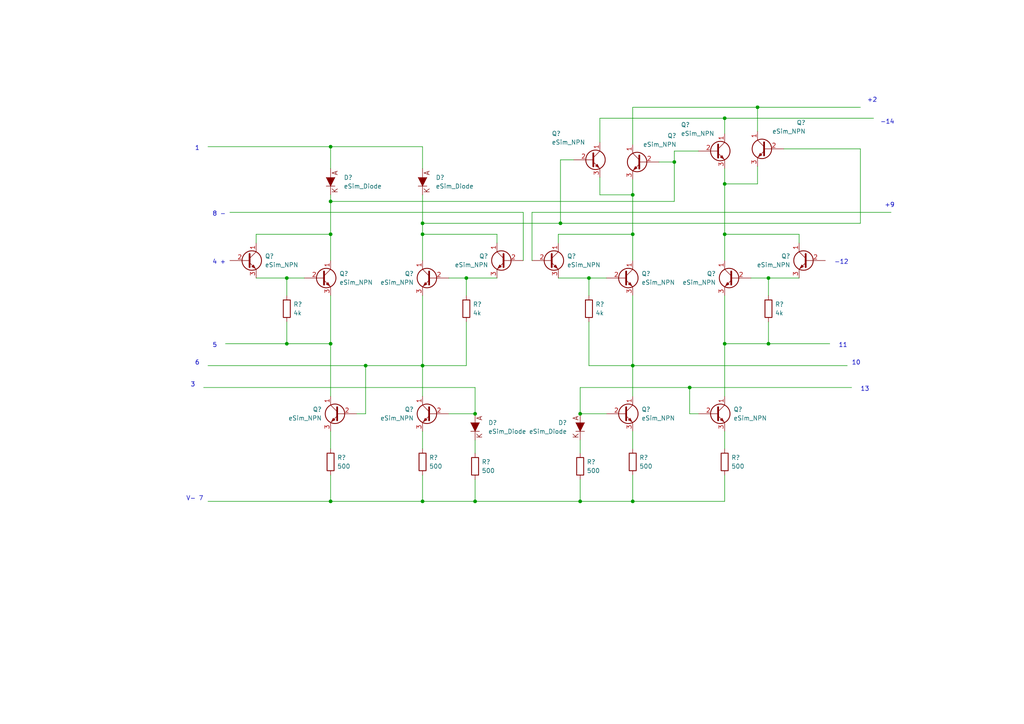
<source format=kicad_sch>
(kicad_sch (version 20211123) (generator eeschema)
  (paper "A4")
  (lib_symbols
    (symbol "eSim_Devices:eSim_Diode" (pin_numbers hide) (pin_names (offset 1.016) hide)
      (property "Reference" "D" (at 0 2.54 0))
      (property "Value" "eSim_Diode" (at 0 -2.54 0))
      (symbol "eSim_Diode_0_0"
        (text "A" (at -2.54 1.27 0) (effects (font (size 1.524 1.524))))
        (text "K" (at 2.54 1.27 0) (effects (font (size 1.524 1.524))))
      )
      (symbol "eSim_Diode_0_1"
        (polyline (pts (xy 1.27 1.27) (xy 1.27 -1.27)) (stroke (width 0.1524)))
        (polyline (pts (xy -1.27 1.27) (xy 1.27 0) (xy -1.27 -1.27)) (fill (type outline)))
      )
      (symbol "eSim_Diode_1_1"
        (pin passive line (at -3.81 0 0) (length 2.54) (name "A") (number "1"))
        (pin passive line (at 3.81 0 180) (length 2.54) (name "K") (number "2"))
      )
    )
    (symbol "eSim_Devices:eSim_NPN" (pin_names (offset 0) hide)
      (property "Reference" "Q" (at -2.54 1.27 0))
      (property "Value" "eSim_NPN" (at -1.27 3.81 0))
      (symbol "eSim_NPN_0_1"
        (polyline (pts (xy 0.635 0.635) (xy 2.54 2.54)))
        (polyline (pts (xy 0.635 -0.635) (xy 2.54 -2.54) (xy 2.54 -2.54)))
        (polyline (pts (xy 0.635 1.905) (xy 0.635 -1.905) (xy 0.635 -1.905)) (stroke (width 0.508)))
        (polyline (pts (xy 1.27 -1.778) (xy 1.778 -1.27) (xy 2.286 -2.286) (xy 1.27 -1.778) (xy 1.27 -1.778)) (fill (type outline)))
        (circle (center 1.27 0) (radius 2.8194) (stroke (width 0.254)))
      )
      (symbol "eSim_NPN_1_1"
        (pin passive line (at 2.54 5.08 270) (length 2.54) (name "C") (number "1"))
        (pin passive line (at -5.08 0 0) (length 5.715) (name "B") (number "2"))
        (pin passive line (at 2.54 -5.08 90) (length 2.54) (name "E") (number "3"))
      )
    )
    (symbol "eSim_Devices:resistor" (pin_numbers hide) (pin_names (offset 0))
      (property "Reference" "R" (at 1.27 3.302 0))
      (property "Value" "resistor" (at 1.27 -1.27 0))
      (symbol "resistor_0_1"
        (rectangle (start 3.81 0.254) (end -1.27 2.286) (stroke (width 0.254)))
      )
      (symbol "resistor_1_1"
        (pin passive line (at -2.54 1.27 0) (length 1.27) (name "~") (number "1"))
        (pin passive line (at 5.08 1.27 180) (length 1.27) (name "~") (number "2"))
      )
    )
  )
  (junction (at 210.185 99.695))
  (junction (at 137.795 145.415))
  (junction (at 183.515 145.415))
  (junction (at 183.515 67.945))
  (junction (at 222.885 99.695))
  (junction (at 135.255 80.645))
  (junction (at 219.71 31.115))
  (junction (at 183.515 106.045))
  (junction (at 168.275 145.415))
  (junction (at 210.185 53.34))
  (junction (at 122.555 67.945))
  (junction (at 162.56 64.77))
  (junction (at 183.515 56.515))
  (junction (at 95.885 99.695))
  (junction (at 170.815 80.645))
  (junction (at 195.58 46.99))
  (junction (at 210.185 67.945))
  (junction (at 95.885 42.545))
  (junction (at 106.045 106.045))
  (junction (at 95.885 58.42))
  (junction (at 122.555 145.415))
  (junction (at 83.185 80.645))
  (junction (at 168.275 120.015))
  (junction (at 83.185 99.695))
  (junction (at 95.885 145.415))
  (junction (at 200.025 112.395))
  (junction (at 122.555 64.77))
  (junction (at 137.795 120.015))
  (junction (at 210.185 34.29))
  (junction (at 222.885 80.645))
  (junction (at 95.885 67.945))
  (junction (at 122.555 106.045))
  (wire (pts (xy 195.58 46.99) (xy 195.58 43.815)))
  (wire (pts (xy 183.515 106.045) (xy 245.745 106.045)))
  (wire (pts (xy 83.185 80.645) (xy 83.185 85.725)))
  (wire (pts (xy 222.885 80.645) (xy 222.885 85.725)))
  (wire (pts (xy 135.255 80.645) (xy 130.175 80.645)))
  (wire (pts (xy 210.185 125.095) (xy 210.185 130.175)))
  (wire (pts (xy 219.71 31.115) (xy 249.555 31.115)))
  (wire (pts (xy 95.885 125.095) (xy 95.885 130.175)))
  (wire (pts (xy 83.185 99.695) (xy 65.405 99.695)))
  (wire (pts (xy 210.185 137.795) (xy 210.185 145.415)))
  (wire (pts (xy 183.515 67.945) (xy 183.515 75.565)))
  (wire (pts (xy 200.025 112.395) (xy 168.275 112.395)))
  (wire (pts (xy 210.185 67.945) (xy 210.185 75.565)))
  (wire (pts (xy 59.055 112.395) (xy 137.795 112.395)))
  (wire (pts (xy 183.515 52.07) (xy 183.515 56.515)))
  (wire (pts (xy 83.185 93.345) (xy 83.185 99.695)))
  (wire (pts (xy 247.015 112.395) (xy 200.025 112.395)))
  (wire (pts (xy 191.135 46.99) (xy 195.58 46.99)))
  (wire (pts (xy 122.555 85.725) (xy 122.555 106.045)))
  (wire (pts (xy 170.815 93.345) (xy 170.815 106.045)))
  (wire (pts (xy 122.555 106.045) (xy 122.555 114.935)))
  (wire (pts (xy 144.145 80.645) (xy 135.255 80.645)))
  (wire (pts (xy 200.025 112.395) (xy 200.025 120.015)))
  (wire (pts (xy 95.885 56.515) (xy 95.885 58.42)))
  (wire (pts (xy 195.58 46.99) (xy 195.58 58.42)))
  (wire (pts (xy 122.555 56.515) (xy 122.555 64.77)))
  (wire (pts (xy 183.515 31.115) (xy 219.71 31.115)))
  (wire (pts (xy 168.275 120.015) (xy 168.275 112.395)))
  (wire (pts (xy 122.555 67.945) (xy 122.555 75.565)))
  (wire (pts (xy 210.185 34.29) (xy 253.365 34.29)))
  (wire (pts (xy 168.275 139.065) (xy 168.275 145.415)))
  (wire (pts (xy 195.58 43.815) (xy 202.565 43.815)))
  (wire (pts (xy 210.185 53.34) (xy 210.185 67.945)))
  (wire (pts (xy 95.885 99.695) (xy 83.185 99.695)))
  (wire (pts (xy 175.895 120.015) (xy 168.275 120.015)))
  (wire (pts (xy 151.765 75.565) (xy 151.765 61.595)))
  (wire (pts (xy 60.325 106.045) (xy 106.045 106.045)))
  (wire (pts (xy 83.185 80.645) (xy 88.265 80.645)))
  (wire (pts (xy 183.515 85.725) (xy 183.515 106.045)))
  (wire (pts (xy 168.275 145.415) (xy 183.515 145.415)))
  (wire (pts (xy 183.515 56.515) (xy 173.99 56.515)))
  (wire (pts (xy 106.045 106.045) (xy 122.555 106.045)))
  (wire (pts (xy 222.885 80.645) (xy 217.805 80.645)))
  (wire (pts (xy 166.37 46.355) (xy 162.56 46.355)))
  (wire (pts (xy 219.71 48.26) (xy 219.71 53.34)))
  (wire (pts (xy 231.775 67.945) (xy 210.185 67.945)))
  (wire (pts (xy 183.515 106.045) (xy 183.515 114.935)))
  (wire (pts (xy 210.185 85.725) (xy 210.185 99.695)))
  (wire (pts (xy 95.885 145.415) (xy 122.555 145.415)))
  (wire (pts (xy 173.99 51.435) (xy 173.99 56.515)))
  (wire (pts (xy 161.925 67.945) (xy 183.515 67.945)))
  (wire (pts (xy 210.185 48.895) (xy 210.185 53.34)))
  (wire (pts (xy 161.925 80.645) (xy 170.815 80.645)))
  (wire (pts (xy 95.885 67.945) (xy 95.885 75.565)))
  (wire (pts (xy 210.185 99.695) (xy 210.185 114.935)))
  (wire (pts (xy 74.295 80.645) (xy 83.185 80.645)))
  (wire (pts (xy 183.515 137.795) (xy 183.515 145.415)))
  (wire (pts (xy 170.815 80.645) (xy 175.895 80.645)))
  (wire (pts (xy 173.99 41.275) (xy 173.99 34.29)))
  (wire (pts (xy 95.885 99.695) (xy 95.885 114.935)))
  (wire (pts (xy 137.795 127.635) (xy 137.795 131.445)))
  (wire (pts (xy 183.515 106.045) (xy 170.815 106.045)))
  (wire (pts (xy 170.815 80.645) (xy 170.815 85.725)))
  (wire (pts (xy 137.795 145.415) (xy 168.275 145.415)))
  (wire (pts (xy 249.555 64.77) (xy 162.56 64.77)))
  (wire (pts (xy 173.99 34.29) (xy 210.185 34.29)))
  (wire (pts (xy 122.555 145.415) (xy 137.795 145.415)))
  (wire (pts (xy 195.58 58.42) (xy 95.885 58.42)))
  (wire (pts (xy 183.515 56.515) (xy 183.515 67.945)))
  (wire (pts (xy 60.325 145.415) (xy 95.885 145.415)))
  (wire (pts (xy 161.925 70.485) (xy 161.925 67.945)))
  (wire (pts (xy 154.305 75.565) (xy 154.305 61.595)))
  (wire (pts (xy 162.56 46.355) (xy 162.56 64.77)))
  (wire (pts (xy 222.885 99.695) (xy 240.665 99.695)))
  (wire (pts (xy 95.885 48.895) (xy 95.885 42.545)))
  (wire (pts (xy 227.33 43.18) (xy 249.555 43.18)))
  (wire (pts (xy 103.505 120.015) (xy 106.045 120.015)))
  (wire (pts (xy 210.185 99.695) (xy 222.885 99.695)))
  (wire (pts (xy 135.255 80.645) (xy 135.255 85.725)))
  (wire (pts (xy 106.045 120.015) (xy 106.045 106.045)))
  (wire (pts (xy 183.515 41.91) (xy 183.515 31.115)))
  (wire (pts (xy 95.885 85.725) (xy 95.885 99.695)))
  (wire (pts (xy 137.795 120.015) (xy 137.795 112.395)))
  (wire (pts (xy 137.795 139.065) (xy 137.795 145.415)))
  (wire (pts (xy 144.145 67.945) (xy 122.555 67.945)))
  (wire (pts (xy 122.555 137.795) (xy 122.555 145.415)))
  (wire (pts (xy 95.885 58.42) (xy 95.885 67.945)))
  (wire (pts (xy 219.71 31.115) (xy 219.71 38.1)))
  (wire (pts (xy 95.885 137.795) (xy 95.885 145.415)))
  (wire (pts (xy 154.305 61.595) (xy 258.445 61.595)))
  (wire (pts (xy 122.555 64.77) (xy 122.555 67.945)))
  (wire (pts (xy 144.145 70.485) (xy 144.145 67.945)))
  (wire (pts (xy 130.175 120.015) (xy 137.795 120.015)))
  (wire (pts (xy 231.775 80.645) (xy 222.885 80.645)))
  (wire (pts (xy 210.185 145.415) (xy 183.515 145.415)))
  (wire (pts (xy 122.555 125.095) (xy 122.555 130.175)))
  (wire (pts (xy 222.885 93.345) (xy 222.885 99.695)))
  (wire (pts (xy 183.515 125.095) (xy 183.515 130.175)))
  (wire (pts (xy 202.565 120.015) (xy 200.025 120.015)))
  (wire (pts (xy 122.555 106.045) (xy 135.255 106.045)))
  (wire (pts (xy 122.555 42.545) (xy 122.555 48.895)))
  (wire (pts (xy 60.325 42.545) (xy 95.885 42.545)))
  (wire (pts (xy 231.775 70.485) (xy 231.775 67.945)))
  (wire (pts (xy 74.295 70.485) (xy 74.295 67.945)))
  (wire (pts (xy 66.675 61.595) (xy 151.765 61.595)))
  (wire (pts (xy 74.295 67.945) (xy 95.885 67.945)))
  (wire (pts (xy 135.255 93.345) (xy 135.255 106.045)))
  (wire (pts (xy 210.185 53.34) (xy 219.71 53.34)))
  (wire (pts (xy 249.555 43.18) (xy 249.555 64.77)))
  (wire (pts (xy 95.885 42.545) (xy 122.555 42.545)))
  (wire (pts (xy 162.56 64.77) (xy 122.555 64.77)))
  (wire (pts (xy 168.275 127.635) (xy 168.275 131.445)))
  (wire (pts (xy 210.185 38.735) (xy 210.185 34.29)))
  (text "-14" (at 255.27 36.195 0) (effects (font (size 1.27 1.27)) (justify left bottom)))
  (text "+2\n" (at 251.46 29.845 0) (effects (font (size 1.27 1.27)) (justify left bottom)))
  (text "8 -\n" (at 61.595 62.865 0) (effects (font (size 1.27 1.27)) (justify left bottom)))
  (text "13" (at 249.555 113.665 0) (effects (font (size 1.27 1.27)) (justify left bottom)))
  (text "1" (at 56.515 43.815 0) (effects (font (size 1.27 1.27)) (justify left bottom)))
  (text "4 +" (at 61.595 76.835 0) (effects (font (size 1.27 1.27)) (justify left bottom)))
  (text "V- 7\n" (at 53.975 145.415 0) (effects (font (size 1.27 1.27)) (justify left bottom)))
  (text "5" (at 61.595 100.965 0) (effects (font (size 1.27 1.27)) (justify left bottom)))
  (text "-12" (at 241.935 76.835 0) (effects (font (size 1.27 1.27)) (justify left bottom)))
  (text "10" (at 247.015 106.045 0) (effects (font (size 1.27 1.27)) (justify left bottom)))
  (text "3" (at 55.245 112.395 0) (effects (font (size 1.27 1.27)) (justify left bottom)))
  (text "6" (at 56.515 106.045 0) (effects (font (size 1.27 1.27)) (justify left bottom)))
  (text "+9" (at 256.54 60.325 0) (effects (font (size 1.27 1.27)) (justify left bottom)))
  (text "11" (at 243.205 100.965 0) (effects (font (size 1.27 1.27)) (justify left bottom)))
  (symbol (lib_id "eSim_Devices:eSim_Diode") (at 95.885 52.705 270) (unit 1)
    (property "Reference" "D?" (at 99.695 51.4893 90) (effects (justify left)))
    (property "Value" "eSim_Diode" (at 99.695 54.0293 90) (effects (justify left)))
  )
  (symbol (lib_id "eSim_Devices:eSim_NPN") (at 234.315 75.565 0) (mirror y) (unit 1)
    (property "Reference" "Q?" (at 229.235 74.2949 0) (effects (justify left)))
    (property "Value" "eSim_NPN" (at 229.235 76.8349 0) (effects (justify left)))
  )
  (symbol (lib_id "eSim_Devices:resistor") (at 221.615 88.265 270) (unit 1)
    (property "Reference" "R?" (at 224.79 88.2649 90) (effects (justify left)))
    (property "Value" "4k" (at 224.79 90.8049 90) (effects (justify left)))
  )
  (symbol (lib_id "eSim_Devices:eSim_NPN") (at 125.095 120.015 0) (mirror y) (unit 1)
    (property "Reference" "Q?" (at 120.015 118.7449 0) (effects (justify left)))
    (property "Value" "eSim_NPN" (at 120.015 121.2849 0) (effects (justify left)))
  )
  (symbol (lib_id "eSim_Devices:eSim_NPN") (at 146.685 75.565 0) (mirror y) (unit 1)
    (property "Reference" "Q?" (at 141.605 74.2949 0) (effects (justify left)))
    (property "Value" "eSim_NPN" (at 141.605 76.8349 0) (effects (justify left)))
  )
  (symbol (lib_id "eSim_Devices:resistor") (at 81.915 88.265 270) (unit 1)
    (property "Reference" "R?" (at 85.09 88.2649 90) (effects (justify left)))
    (property "Value" "4k" (at 85.09 90.8049 90) (effects (justify left)))
  )
  (symbol (lib_id "eSim_Devices:eSim_NPN") (at 171.45 46.355 0) (unit 1)
    (property "Reference" "Q?" (at 160.02 38.735 0) (effects (justify left)))
    (property "Value" "eSim_NPN" (at 160.02 41.275 0) (effects (justify left)))
  )
  (symbol (lib_id "eSim_Devices:eSim_Diode") (at 137.795 123.825 270) (unit 1)
    (property "Reference" "D?" (at 141.605 122.6093 90) (effects (justify left)))
    (property "Value" "eSim_Diode" (at 141.605 125.1493 90) (effects (justify left)))
  )
  (symbol (lib_id "eSim_Devices:eSim_NPN") (at 93.345 80.645 0) (unit 1)
    (property "Reference" "Q?" (at 98.425 79.3749 0) (effects (justify left)))
    (property "Value" "eSim_NPN" (at 98.425 81.9149 0) (effects (justify left)))
  )
  (symbol (lib_id "eSim_Devices:eSim_NPN") (at 98.425 120.015 0) (mirror y) (unit 1)
    (property "Reference" "Q?" (at 93.345 118.7449 0) (effects (justify left)))
    (property "Value" "eSim_NPN" (at 93.345 121.2849 0) (effects (justify left)))
  )
  (symbol (lib_id "eSim_Devices:eSim_NPN") (at 180.975 120.015 0) (unit 1)
    (property "Reference" "Q?" (at 186.055 118.7449 0) (effects (justify left)))
    (property "Value" "eSim_NPN" (at 186.055 121.2849 0) (effects (justify left)))
  )
  (symbol (lib_id "eSim_Devices:resistor") (at 133.985 88.265 270) (unit 1)
    (property "Reference" "R?" (at 137.16 88.2649 90) (effects (justify left)))
    (property "Value" "4k" (at 137.16 90.8049 90) (effects (justify left)))
  )
  (symbol (lib_id "eSim_Devices:eSim_NPN") (at 71.755 75.565 0) (unit 1)
    (property "Reference" "Q?" (at 76.835 74.2949 0) (effects (justify left)))
    (property "Value" "eSim_NPN" (at 76.835 76.8349 0) (effects (justify left)))
  )
  (symbol (lib_id "eSim_Devices:resistor") (at 208.915 132.715 270) (unit 1)
    (property "Reference" "R?" (at 212.09 132.7149 90) (effects (justify left)))
    (property "Value" "500" (at 212.09 135.2549 90) (effects (justify left)))
  )
  (symbol (lib_id "eSim_Devices:resistor") (at 182.245 132.715 270) (unit 1)
    (property "Reference" "R?" (at 185.42 132.7149 90) (effects (justify left)))
    (property "Value" "500" (at 185.42 135.2549 90) (effects (justify left)))
  )
  (symbol (lib_id "eSim_Devices:resistor") (at 136.525 133.985 270) (unit 1)
    (property "Reference" "R?" (at 139.7 133.9849 90) (effects (justify left)))
    (property "Value" "500" (at 139.7 136.5249 90) (effects (justify left)))
  )
  (symbol (lib_id "eSim_Devices:eSim_Diode") (at 168.275 123.825 90) (mirror x) (unit 1)
    (property "Reference" "D?" (at 164.465 122.6093 90) (effects (justify left)))
    (property "Value" "eSim_Diode" (at 164.465 125.1493 90) (effects (justify left)))
  )
  (symbol (lib_id "eSim_Devices:eSim_NPN") (at 207.645 43.815 0) (unit 1)
    (property "Reference" "Q?" (at 197.485 36.195 0) (effects (justify left)))
    (property "Value" "eSim_NPN" (at 197.485 38.735 0) (effects (justify left)))
  )
  (symbol (lib_id "eSim_Devices:eSim_NPN") (at 186.055 46.99 0) (mirror y) (unit 1)
    (property "Reference" "Q?" (at 196.215 39.37 0) (effects (justify left)))
    (property "Value" "eSim_NPN" (at 196.215 41.91 0) (effects (justify left)))
  )
  (symbol (lib_id "eSim_Devices:eSim_NPN") (at 125.095 80.645 0) (mirror y) (unit 1)
    (property "Reference" "Q?" (at 120.015 79.3749 0) (effects (justify left)))
    (property "Value" "eSim_NPN" (at 120.015 81.9149 0) (effects (justify left)))
  )
  (symbol (lib_id "eSim_Devices:resistor") (at 94.615 132.715 270) (unit 1)
    (property "Reference" "R?" (at 97.79 132.7149 90) (effects (justify left)))
    (property "Value" "500" (at 97.79 135.2549 90) (effects (justify left)))
  )
  (symbol (lib_id "eSim_Devices:eSim_NPN") (at 180.975 80.645 0) (unit 1)
    (property "Reference" "Q?" (at 186.055 79.3749 0) (effects (justify left)))
    (property "Value" "eSim_NPN" (at 186.055 81.9149 0) (effects (justify left)))
  )
  (symbol (lib_id "eSim_Devices:resistor") (at 169.545 88.265 270) (unit 1)
    (property "Reference" "R?" (at 172.72 88.2649 90) (effects (justify left)))
    (property "Value" "4k" (at 172.72 90.8049 90) (effects (justify left)))
  )
  (symbol (lib_id "eSim_Devices:eSim_NPN") (at 207.645 120.015 0) (unit 1)
    (property "Reference" "Q?" (at 212.725 118.7449 0) (effects (justify left)))
    (property "Value" "eSim_NPN" (at 212.725 121.2849 0) (effects (justify left)))
  )
  (symbol (lib_id "eSim_Devices:resistor") (at 167.005 133.985 270) (unit 1)
    (property "Reference" "R?" (at 170.18 133.9849 90) (effects (justify left)))
    (property "Value" "500" (at 170.18 136.5249 90) (effects (justify left)))
  )
  (symbol (lib_id "eSim_Devices:eSim_NPN") (at 212.725 80.645 0) (mirror y) (unit 1)
    (property "Reference" "Q?" (at 207.645 79.3749 0) (effects (justify left)))
    (property "Value" "eSim_NPN" (at 207.645 81.9149 0) (effects (justify left)))
  )
  (symbol (lib_id "eSim_Devices:eSim_NPN") (at 159.385 75.565 0) (unit 1)
    (property "Reference" "Q?" (at 164.465 74.2949 0) (effects (justify left)))
    (property "Value" "eSim_NPN" (at 164.465 76.8349 0) (effects (justify left)))
  )
  (symbol (lib_id "eSim_Devices:eSim_Diode") (at 122.555 52.705 270) (unit 1)
    (property "Reference" "D?" (at 126.365 51.4893 90) (effects (justify left)))
    (property "Value" "eSim_Diode" (at 126.365 54.0293 90) (effects (justify left)))
  )
  (symbol (lib_id "eSim_Devices:eSim_NPN") (at 222.25 43.18 0) (mirror y) (unit 1)
    (property "Reference" "Q?" (at 233.68 35.56 0) (effects (justify left)))
    (property "Value" "eSim_NPN" (at 233.68 38.1 0) (effects (justify left)))
  )
  (symbol (lib_id "eSim_Devices:resistor") (at 121.285 132.715 270) (unit 1)
    (property "Reference" "R?" (at 124.46 132.7149 90) (effects (justify left)))
    (property "Value" "500" (at 124.46 135.2549 90) (effects (justify left)))
  )
)
</source>
